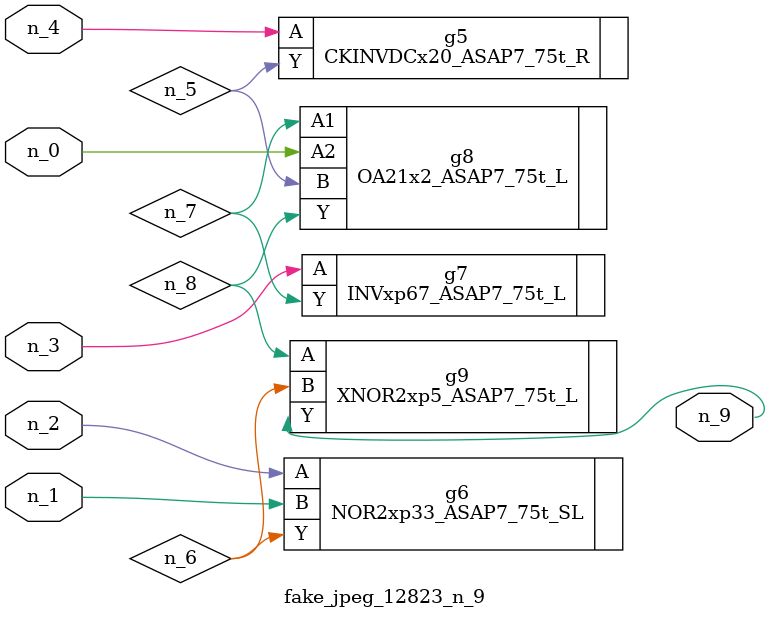
<source format=v>
module fake_jpeg_12823_n_9 (n_3, n_2, n_1, n_0, n_4, n_9);

input n_3;
input n_2;
input n_1;
input n_0;
input n_4;

output n_9;

wire n_8;
wire n_6;
wire n_5;
wire n_7;

CKINVDCx20_ASAP7_75t_R g5 ( 
.A(n_4),
.Y(n_5)
);

NOR2xp33_ASAP7_75t_SL g6 ( 
.A(n_2),
.B(n_1),
.Y(n_6)
);

INVxp67_ASAP7_75t_L g7 ( 
.A(n_3),
.Y(n_7)
);

OA21x2_ASAP7_75t_L g8 ( 
.A1(n_7),
.A2(n_0),
.B(n_5),
.Y(n_8)
);

XNOR2xp5_ASAP7_75t_L g9 ( 
.A(n_8),
.B(n_6),
.Y(n_9)
);


endmodule
</source>
